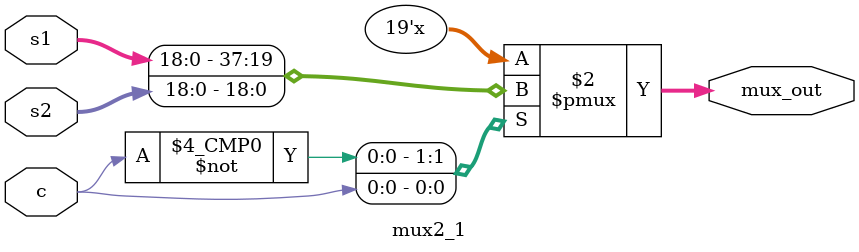
<source format=v>
module mux2_1(input [18:0] s1
            , input [18:0] s2
            , input c
            , output reg [18:0] mux_out);

always@(*)
begin
    case(c)
    1'b0: mux_out = s1;
    1'b1: mux_out = s2;
    endcase
end
endmodule
</source>
